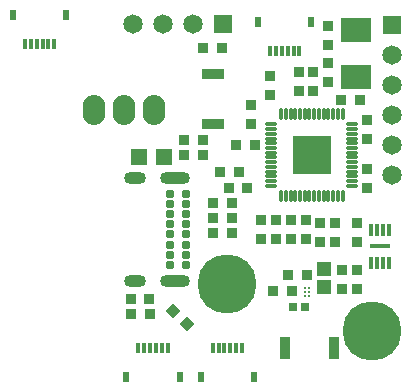
<source format=gts>
G04*
G04 #@! TF.GenerationSoftware,Altium Limited,Altium Designer,23.10.1 (27)*
G04*
G04 Layer_Color=8388736*
%FSLAX25Y25*%
%MOIN*%
G70*
G04*
G04 #@! TF.SameCoordinates,13E47035-5D8A-42FE-96CF-1707A3A9F588*
G04*
G04*
G04 #@! TF.FilePolarity,Negative*
G04*
G01*
G75*
%ADD32R,0.01732X0.03701*%
%ADD33R,0.02126X0.03701*%
%ADD34P,0.05234X4X270.0*%
%ADD35R,0.03701X0.03701*%
%ADD36R,0.03701X0.03701*%
%ADD37R,0.05276X0.05276*%
%ADD38R,0.07244X0.03701*%
%ADD39R,0.03701X0.07244*%
%ADD40R,0.01535X0.04095*%
%ADD41R,0.06850X0.01339*%
%ADD42R,0.04567X0.04606*%
%ADD43C,0.01043*%
%ADD44R,0.03032X0.02717*%
G04:AMPARAMS|DCode=45|XSize=13.39mil|YSize=38.58mil|CornerRadius=3.74mil|HoleSize=0mil|Usage=FLASHONLY|Rotation=180.000|XOffset=0mil|YOffset=0mil|HoleType=Round|Shape=RoundedRectangle|*
%AMROUNDEDRECTD45*
21,1,0.01339,0.03110,0,0,180.0*
21,1,0.00591,0.03858,0,0,180.0*
1,1,0.00748,-0.00295,0.01555*
1,1,0.00748,0.00295,0.01555*
1,1,0.00748,0.00295,-0.01555*
1,1,0.00748,-0.00295,-0.01555*
%
%ADD45ROUNDEDRECTD45*%
G04:AMPARAMS|DCode=46|XSize=38.58mil|YSize=13.39mil|CornerRadius=3.74mil|HoleSize=0mil|Usage=FLASHONLY|Rotation=180.000|XOffset=0mil|YOffset=0mil|HoleType=Round|Shape=RoundedRectangle|*
%AMROUNDEDRECTD46*
21,1,0.03858,0.00591,0,0,180.0*
21,1,0.03110,0.01339,0,0,180.0*
1,1,0.00748,-0.01555,0.00295*
1,1,0.00748,0.01555,0.00295*
1,1,0.00748,0.01555,-0.00295*
1,1,0.00748,-0.01555,-0.00295*
%
%ADD46ROUNDEDRECTD46*%
%ADD47R,0.12756X0.12756*%
%ADD48R,0.10000X0.08425*%
%ADD49O,0.07638X0.10000*%
%ADD50C,0.03110*%
%ADD51R,0.06457X0.06457*%
%ADD52C,0.06457*%
%ADD53O,0.07244X0.04095*%
%ADD54O,0.10000X0.04095*%
%ADD55R,0.06457X0.06457*%
%ADD56C,0.19685*%
D32*
X-57480Y79921D02*
D03*
X-59449D02*
D03*
X-67323D02*
D03*
X-61417D02*
D03*
X-63386D02*
D03*
X-65354D02*
D03*
X-21654Y-21260D02*
D03*
X-23622D02*
D03*
X-25591D02*
D03*
X-19685D02*
D03*
X-27559D02*
D03*
X-29528D02*
D03*
X24213Y77559D02*
D03*
X22244D02*
D03*
X14370D02*
D03*
X20276D02*
D03*
X18307D02*
D03*
X16339D02*
D03*
X3150Y-21260D02*
D03*
X1181D02*
D03*
X-787D02*
D03*
X5118D02*
D03*
X-2756D02*
D03*
X-4724D02*
D03*
D33*
X-71260Y89764D02*
D03*
X-53543D02*
D03*
X-33465Y-31102D02*
D03*
X-15748D02*
D03*
X10433Y87402D02*
D03*
X28150D02*
D03*
X-8661Y-31102D02*
D03*
X9055D02*
D03*
D34*
X-13422Y-13448D02*
D03*
X-17877Y-8993D02*
D03*
D35*
X-31988Y-9941D02*
D03*
X-25689D02*
D03*
X-32087Y-5118D02*
D03*
X-25787D02*
D03*
X-14173Y42913D02*
D03*
X-7874D02*
D03*
X-7874Y78740D02*
D03*
X-1575D02*
D03*
X-2362Y37205D02*
D03*
X3937D02*
D03*
X-7874Y48031D02*
D03*
X-14173D02*
D03*
X15354Y-2362D02*
D03*
X21654D02*
D03*
X20571Y3051D02*
D03*
X26870D02*
D03*
X591Y32087D02*
D03*
X6890D02*
D03*
X1575Y27067D02*
D03*
X-4724D02*
D03*
Y22047D02*
D03*
X1575D02*
D03*
X-4724Y16929D02*
D03*
X1575D02*
D03*
X3051Y46358D02*
D03*
X9350D02*
D03*
X38189Y61417D02*
D03*
X44488D02*
D03*
D36*
X43504Y14075D02*
D03*
Y20374D02*
D03*
X38386Y-1575D02*
D03*
Y4724D02*
D03*
X43504Y-1575D02*
D03*
Y4724D02*
D03*
X33858Y67421D02*
D03*
Y73721D02*
D03*
X46850Y54724D02*
D03*
Y48425D02*
D03*
Y38189D02*
D03*
Y31890D02*
D03*
X26280Y14961D02*
D03*
Y21260D02*
D03*
X31201Y14075D02*
D03*
Y20374D02*
D03*
X36122Y14075D02*
D03*
Y20374D02*
D03*
X21358Y14961D02*
D03*
Y21260D02*
D03*
X16437Y14961D02*
D03*
Y21260D02*
D03*
X11319Y14961D02*
D03*
Y21260D02*
D03*
X14370Y69291D02*
D03*
Y62992D02*
D03*
X23917Y70669D02*
D03*
Y64370D02*
D03*
X28839Y70669D02*
D03*
Y64370D02*
D03*
X33858Y79528D02*
D03*
Y85827D02*
D03*
X8169Y53248D02*
D03*
Y59547D02*
D03*
D37*
X-29331Y42126D02*
D03*
X-21063D02*
D03*
D38*
X-4724Y53347D02*
D03*
Y69882D02*
D03*
D39*
X35827Y-21260D02*
D03*
X19291D02*
D03*
D40*
X48130Y7008D02*
D03*
X50098D02*
D03*
X52067D02*
D03*
X54035D02*
D03*
X48130Y17992D02*
D03*
X50098D02*
D03*
X52067Y17992D02*
D03*
X54035Y17992D02*
D03*
D41*
X51083Y12500D02*
D03*
D42*
X32480Y-925D02*
D03*
Y4862D02*
D03*
D43*
X27559Y-4134D02*
D03*
X26181D02*
D03*
X27559Y-2756D02*
D03*
X26181D02*
D03*
X27559Y-1378D02*
D03*
X26181D02*
D03*
D44*
X22047Y-7874D02*
D03*
X25984D02*
D03*
D45*
X38583Y56437D02*
D03*
X37008D02*
D03*
X35433D02*
D03*
X33858D02*
D03*
X32283D02*
D03*
X30709D02*
D03*
X29134D02*
D03*
X27559D02*
D03*
X25984D02*
D03*
X24409D02*
D03*
X22835D02*
D03*
X21260D02*
D03*
X19685D02*
D03*
X18110D02*
D03*
Y29390D02*
D03*
X19685D02*
D03*
X21260D02*
D03*
X22835Y29390D02*
D03*
X24409D02*
D03*
X25984D02*
D03*
X27559D02*
D03*
X29134D02*
D03*
X30709D02*
D03*
X32283D02*
D03*
X33858D02*
D03*
X35433Y29390D02*
D03*
X37008D02*
D03*
X38583D02*
D03*
D46*
X41870Y32677D02*
D03*
Y34252D02*
D03*
Y35827D02*
D03*
Y37402D02*
D03*
Y38976D02*
D03*
Y40551D02*
D03*
Y42126D02*
D03*
Y43701D02*
D03*
Y45276D02*
D03*
Y46850D02*
D03*
Y48425D02*
D03*
Y50000D02*
D03*
Y51575D02*
D03*
Y53150D02*
D03*
X14823D02*
D03*
Y51575D02*
D03*
Y50000D02*
D03*
Y48425D02*
D03*
Y46850D02*
D03*
Y45276D02*
D03*
Y43701D02*
D03*
Y42126D02*
D03*
Y40551D02*
D03*
Y38976D02*
D03*
Y37402D02*
D03*
Y35827D02*
D03*
Y34252D02*
D03*
Y32677D02*
D03*
D47*
X28346Y42913D02*
D03*
D48*
X42913Y68898D02*
D03*
Y84646D02*
D03*
D49*
X-24094Y57874D02*
D03*
X-34095D02*
D03*
X-44094D02*
D03*
D50*
X-18858Y13091D02*
D03*
X-13543Y29823D02*
D03*
Y26476D02*
D03*
Y23130D02*
D03*
Y19783D02*
D03*
Y16437D02*
D03*
Y13091D02*
D03*
Y9744D02*
D03*
Y6398D02*
D03*
X-18858Y6398D02*
D03*
X-18858Y9744D02*
D03*
X-18858Y16437D02*
D03*
Y19783D02*
D03*
Y23130D02*
D03*
X-18858Y26476D02*
D03*
X-18858Y29823D02*
D03*
D51*
X55118Y86378D02*
D03*
D52*
Y76378D02*
D03*
Y66378D02*
D03*
Y56378D02*
D03*
Y46378D02*
D03*
Y36378D02*
D03*
X-31417Y86614D02*
D03*
X-21417D02*
D03*
X-11417D02*
D03*
D53*
X-30709Y35138D02*
D03*
Y1083D02*
D03*
D54*
X-17402Y35138D02*
D03*
Y1083D02*
D03*
D55*
X-1417Y86614D02*
D03*
D56*
X0Y0D02*
D03*
X48425Y-15748D02*
D03*
M02*

</source>
